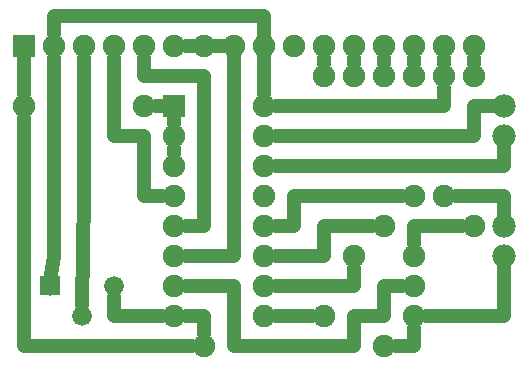
<source format=gbl>
G04 MADE WITH FRITZING*
G04 WWW.FRITZING.ORG*
G04 DOUBLE SIDED*
G04 HOLES PLATED*
G04 CONTOUR ON CENTER OF CONTOUR VECTOR*
%ASAXBY*%
%FSLAX23Y23*%
%MOIN*%
%OFA0B0*%
%SFA1.0B1.0*%
%ADD10C,0.075000*%
%ADD11C,0.078000*%
%ADD12C,0.066000*%
%ADD13R,0.075000X0.075000*%
%ADD14C,0.048000*%
%ADD15R,0.001000X0.001000*%
%LNCOPPER0*%
G90*
G70*
G54D10*
X126Y899D03*
X526Y899D03*
X1126Y999D03*
X1126Y199D03*
X1226Y399D03*
X1226Y999D03*
X1326Y499D03*
X1326Y999D03*
X1426Y599D03*
X1426Y999D03*
X1626Y499D03*
X1626Y999D03*
X726Y99D03*
X1326Y99D03*
X1526Y999D03*
X1526Y599D03*
X1426Y199D03*
X1426Y299D03*
X1426Y399D03*
G54D11*
X1726Y499D03*
X1726Y399D03*
G54D10*
X626Y899D03*
X926Y899D03*
X626Y799D03*
X926Y799D03*
X626Y699D03*
X926Y699D03*
X626Y599D03*
X926Y599D03*
X626Y499D03*
X926Y499D03*
X626Y399D03*
X926Y399D03*
X626Y299D03*
X926Y299D03*
X626Y199D03*
X926Y199D03*
G54D11*
X1726Y899D03*
X1726Y799D03*
G54D10*
X126Y1099D03*
X226Y1099D03*
X326Y1099D03*
X426Y1099D03*
X526Y1099D03*
X626Y1099D03*
X726Y1099D03*
X826Y1099D03*
X926Y1099D03*
X1026Y1099D03*
X1126Y1099D03*
X1226Y1099D03*
X1326Y1099D03*
X1426Y1099D03*
X1526Y1099D03*
X1626Y1099D03*
G54D12*
X214Y299D03*
X320Y199D03*
X426Y299D03*
X214Y299D03*
X320Y199D03*
X426Y299D03*
G54D13*
X626Y899D03*
X126Y1099D03*
G54D14*
X125Y99D02*
X686Y99D01*
D02*
X126Y859D02*
X125Y99D01*
D02*
X1226Y1039D02*
X1226Y1059D01*
D02*
X1026Y499D02*
X1026Y499D01*
D02*
X1026Y499D02*
X1026Y598D01*
D02*
X1026Y598D02*
X1386Y599D01*
D02*
X966Y499D02*
X1026Y499D01*
D02*
X586Y599D02*
X525Y600D01*
D02*
X525Y600D02*
X525Y800D01*
D02*
X525Y800D02*
X427Y800D01*
D02*
X427Y800D02*
X426Y1059D01*
D02*
X626Y839D02*
X626Y859D01*
D02*
X126Y939D02*
X126Y1059D01*
D02*
X1225Y300D02*
X1226Y359D01*
D02*
X1026Y300D02*
X1225Y300D01*
D02*
X966Y299D02*
X1026Y300D01*
D02*
X1526Y1059D02*
X1526Y1039D01*
D02*
X226Y1139D02*
X226Y1200D01*
D02*
X226Y1200D02*
X926Y1200D01*
D02*
X926Y1200D02*
X926Y939D01*
D02*
X666Y199D02*
X727Y199D01*
D02*
X727Y199D02*
X726Y139D01*
D02*
X586Y899D02*
X566Y899D01*
D02*
X1726Y540D02*
X1726Y599D01*
D02*
X1726Y599D02*
X1566Y599D01*
D02*
X1426Y1059D02*
X1426Y1039D01*
D02*
X966Y899D02*
X1527Y899D01*
D02*
X1527Y899D02*
X1526Y959D01*
D02*
X1126Y1059D02*
X1126Y1039D01*
D02*
X1127Y399D02*
X1126Y498D01*
D02*
X1126Y498D02*
X1286Y499D01*
D02*
X966Y399D02*
X1127Y399D01*
D02*
X1626Y799D02*
X1626Y899D01*
D02*
X1626Y899D02*
X1685Y899D01*
D02*
X966Y799D02*
X1626Y799D01*
D02*
X666Y399D02*
X827Y400D01*
D02*
X827Y400D02*
X827Y1099D01*
D02*
X827Y1099D02*
X725Y1099D01*
D02*
X725Y1099D02*
X666Y1099D01*
D02*
X626Y759D02*
X626Y739D01*
D02*
X1626Y1059D02*
X1626Y1039D01*
D02*
X218Y335D02*
X226Y399D01*
D02*
X226Y399D02*
X226Y1059D01*
D02*
X426Y262D02*
X427Y199D01*
D02*
X427Y199D02*
X586Y199D01*
D02*
X966Y699D02*
X1627Y698D01*
D02*
X1627Y698D02*
X1726Y698D01*
D02*
X1726Y698D02*
X1726Y758D01*
D02*
X1426Y99D02*
X1366Y99D01*
D02*
X1426Y159D02*
X1426Y99D01*
D02*
X666Y499D02*
X725Y498D01*
D02*
X725Y498D02*
X725Y1000D01*
D02*
X725Y1000D02*
X525Y1000D01*
D02*
X525Y1000D02*
X526Y1059D01*
D02*
X326Y1059D02*
X326Y599D01*
D02*
X326Y599D02*
X321Y236D01*
D02*
X1726Y358D02*
X1726Y199D01*
D02*
X1726Y199D02*
X1466Y199D01*
D02*
X1426Y439D02*
X1426Y498D01*
D02*
X1426Y498D02*
X1586Y499D01*
D02*
X966Y199D02*
X1086Y199D01*
D02*
X1326Y1039D02*
X1326Y1059D01*
D02*
X1326Y198D02*
X1326Y298D01*
D02*
X1326Y298D02*
X1386Y299D01*
D02*
X1225Y199D02*
X1326Y198D01*
D02*
X1225Y99D02*
X1225Y199D01*
D02*
X825Y99D02*
X1225Y99D01*
D02*
X825Y300D02*
X825Y99D01*
D02*
X666Y299D02*
X825Y300D01*
G54D15*
X181Y333D02*
X246Y333D01*
X181Y332D02*
X246Y332D01*
X181Y331D02*
X246Y331D01*
X181Y330D02*
X246Y330D01*
X181Y329D02*
X246Y329D01*
X181Y328D02*
X246Y328D01*
X181Y327D02*
X246Y327D01*
X181Y326D02*
X246Y326D01*
X181Y325D02*
X246Y325D01*
X181Y324D02*
X246Y324D01*
X181Y323D02*
X246Y323D01*
X181Y322D02*
X246Y322D01*
X181Y321D02*
X246Y321D01*
X181Y320D02*
X246Y320D01*
X181Y319D02*
X246Y319D01*
X181Y318D02*
X246Y318D01*
X181Y317D02*
X246Y317D01*
X181Y316D02*
X246Y316D01*
X181Y315D02*
X246Y315D01*
X181Y314D02*
X209Y314D01*
X219Y314D02*
X246Y314D01*
X181Y313D02*
X206Y313D01*
X221Y313D02*
X246Y313D01*
X181Y312D02*
X205Y312D01*
X223Y312D02*
X246Y312D01*
X181Y311D02*
X203Y311D01*
X224Y311D02*
X246Y311D01*
X181Y310D02*
X202Y310D01*
X225Y310D02*
X246Y310D01*
X181Y309D02*
X202Y309D01*
X226Y309D02*
X246Y309D01*
X181Y308D02*
X201Y308D01*
X226Y308D02*
X246Y308D01*
X181Y307D02*
X200Y307D01*
X227Y307D02*
X246Y307D01*
X181Y306D02*
X200Y306D01*
X227Y306D02*
X246Y306D01*
X181Y305D02*
X199Y305D01*
X228Y305D02*
X246Y305D01*
X181Y304D02*
X199Y304D01*
X228Y304D02*
X246Y304D01*
X181Y303D02*
X199Y303D01*
X228Y303D02*
X246Y303D01*
X181Y302D02*
X199Y302D01*
X228Y302D02*
X246Y302D01*
X181Y301D02*
X199Y301D01*
X229Y301D02*
X246Y301D01*
X181Y300D02*
X199Y300D01*
X229Y300D02*
X246Y300D01*
X181Y299D02*
X199Y299D01*
X228Y299D02*
X246Y299D01*
X181Y298D02*
X199Y298D01*
X228Y298D02*
X246Y298D01*
X181Y297D02*
X199Y297D01*
X228Y297D02*
X246Y297D01*
X181Y296D02*
X199Y296D01*
X228Y296D02*
X246Y296D01*
X181Y295D02*
X200Y295D01*
X228Y295D02*
X246Y295D01*
X181Y294D02*
X200Y294D01*
X227Y294D02*
X246Y294D01*
X181Y293D02*
X201Y293D01*
X227Y293D02*
X246Y293D01*
X181Y292D02*
X201Y292D01*
X226Y292D02*
X246Y292D01*
X181Y291D02*
X202Y291D01*
X225Y291D02*
X246Y291D01*
X181Y290D02*
X203Y290D01*
X224Y290D02*
X246Y290D01*
X181Y289D02*
X204Y289D01*
X223Y289D02*
X246Y289D01*
X181Y288D02*
X206Y288D01*
X222Y288D02*
X246Y288D01*
X181Y287D02*
X207Y287D01*
X220Y287D02*
X246Y287D01*
X181Y286D02*
X211Y286D01*
X216Y286D02*
X246Y286D01*
X181Y285D02*
X246Y285D01*
X181Y284D02*
X246Y284D01*
X181Y283D02*
X246Y283D01*
X181Y282D02*
X246Y282D01*
X181Y281D02*
X246Y281D01*
X181Y280D02*
X246Y280D01*
X181Y279D02*
X246Y279D01*
X181Y278D02*
X246Y278D01*
X181Y277D02*
X246Y277D01*
X181Y276D02*
X246Y276D01*
X181Y275D02*
X246Y275D01*
X181Y274D02*
X246Y274D01*
X181Y273D02*
X246Y273D01*
X181Y272D02*
X246Y272D01*
X181Y271D02*
X246Y271D01*
X181Y270D02*
X246Y270D01*
X181Y269D02*
X246Y269D01*
X181Y268D02*
X246Y268D01*
D02*
G04 End of Copper0*
M02*
</source>
